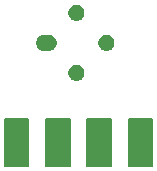
<source format=gbs>
G04 #@! TF.GenerationSoftware,KiCad,Pcbnew,5.0.2+dfsg1-1~bpo9+1*
G04 #@! TF.CreationDate,2019-08-23T02:39:36-04:00*
G04 #@! TF.ProjectId,gassensorholder,67617373-656e-4736-9f72-686f6c646572,rev?*
G04 #@! TF.SameCoordinates,Original*
G04 #@! TF.FileFunction,Soldermask,Bot*
G04 #@! TF.FilePolarity,Negative*
%FSLAX46Y46*%
G04 Gerber Fmt 4.6, Leading zero omitted, Abs format (unit mm)*
G04 Created by KiCad (PCBNEW 5.0.2+dfsg1-1~bpo9+1) date Fri 23 Aug 2019 02:39:36 AM EDT*
%MOMM*%
%LPD*%
G01*
G04 APERTURE LIST*
%ADD10C,0.150000*%
%ADD11C,0.100000*%
G04 APERTURE END LIST*
D10*
G36*
X122250000Y-74500000D02*
X122250000Y-77500000D01*
X122250000Y-78500000D01*
X120250000Y-78500000D01*
X120250000Y-74500000D01*
X122250000Y-74500000D01*
G37*
X122250000Y-74500000D02*
X122250000Y-77500000D01*
X122250000Y-78500000D01*
X120250000Y-78500000D01*
X120250000Y-74500000D01*
X122250000Y-74500000D01*
G36*
X118750000Y-74500000D02*
X118750000Y-77500000D01*
X118750000Y-78500000D01*
X116750000Y-78500000D01*
X116750000Y-74500000D01*
X118750000Y-74500000D01*
G37*
X118750000Y-74500000D02*
X118750000Y-77500000D01*
X118750000Y-78500000D01*
X116750000Y-78500000D01*
X116750000Y-74500000D01*
X118750000Y-74500000D01*
G36*
X111750000Y-74500000D02*
X111750000Y-77500000D01*
X111750000Y-78500000D01*
X109750000Y-78500000D01*
X109750000Y-74500000D01*
X111750000Y-74500000D01*
G37*
X111750000Y-74500000D02*
X111750000Y-77500000D01*
X111750000Y-78500000D01*
X109750000Y-78500000D01*
X109750000Y-74500000D01*
X111750000Y-74500000D01*
G36*
X115250000Y-74500000D02*
X115250000Y-77500000D01*
X115250000Y-78500000D01*
X113250000Y-78500000D01*
X113250000Y-74500000D01*
X115250000Y-74500000D01*
G37*
X115250000Y-74500000D02*
X115250000Y-77500000D01*
X115250000Y-78500000D01*
X113250000Y-78500000D01*
X113250000Y-74500000D01*
X115250000Y-74500000D01*
D11*
G36*
X115956555Y-69945584D02*
X116084022Y-69984250D01*
X116201495Y-70047041D01*
X116304459Y-70131541D01*
X116388959Y-70234505D01*
X116451750Y-70351978D01*
X116490416Y-70479445D01*
X116503472Y-70612000D01*
X116490416Y-70744555D01*
X116451750Y-70872022D01*
X116388959Y-70989495D01*
X116304459Y-71092459D01*
X116201495Y-71176959D01*
X116084022Y-71239750D01*
X115956555Y-71278416D01*
X115857216Y-71288200D01*
X115790784Y-71288200D01*
X115691445Y-71278416D01*
X115563978Y-71239750D01*
X115446505Y-71176959D01*
X115343541Y-71092459D01*
X115259041Y-70989495D01*
X115196250Y-70872022D01*
X115157584Y-70744555D01*
X115144528Y-70612000D01*
X115157584Y-70479445D01*
X115196250Y-70351978D01*
X115259041Y-70234505D01*
X115343541Y-70131541D01*
X115446505Y-70047041D01*
X115563978Y-69984250D01*
X115691445Y-69945584D01*
X115790784Y-69935800D01*
X115857216Y-69935800D01*
X115956555Y-69945584D01*
X115956555Y-69945584D01*
G37*
G36*
X118496555Y-67405584D02*
X118624022Y-67444250D01*
X118741495Y-67507041D01*
X118844459Y-67591541D01*
X118928959Y-67694505D01*
X118991750Y-67811978D01*
X119030416Y-67939445D01*
X119043472Y-68072000D01*
X119030416Y-68204555D01*
X118991750Y-68332022D01*
X118928959Y-68449495D01*
X118844459Y-68552459D01*
X118741495Y-68636959D01*
X118624022Y-68699750D01*
X118496555Y-68738416D01*
X118397216Y-68748200D01*
X118330784Y-68748200D01*
X118231445Y-68738416D01*
X118103978Y-68699750D01*
X117986505Y-68636959D01*
X117883541Y-68552459D01*
X117799041Y-68449495D01*
X117736250Y-68332022D01*
X117697584Y-68204555D01*
X117684528Y-68072000D01*
X117697584Y-67939445D01*
X117736250Y-67811978D01*
X117799041Y-67694505D01*
X117883541Y-67591541D01*
X117986505Y-67507041D01*
X118103978Y-67444250D01*
X118231445Y-67405584D01*
X118330784Y-67395800D01*
X118397216Y-67395800D01*
X118496555Y-67405584D01*
X118496555Y-67405584D01*
G37*
G36*
X113616555Y-67405584D02*
X113744022Y-67444250D01*
X113861495Y-67507041D01*
X113964459Y-67591541D01*
X114048959Y-67694505D01*
X114111750Y-67811978D01*
X114150416Y-67939445D01*
X114163472Y-68072000D01*
X114150416Y-68204555D01*
X114111750Y-68332022D01*
X114048959Y-68449495D01*
X113964459Y-68552459D01*
X113861495Y-68636959D01*
X113744022Y-68699750D01*
X113616555Y-68738416D01*
X113517216Y-68748200D01*
X113050784Y-68748200D01*
X112951445Y-68738416D01*
X112823978Y-68699750D01*
X112706505Y-68636959D01*
X112603541Y-68552459D01*
X112519041Y-68449495D01*
X112456250Y-68332022D01*
X112417584Y-68204555D01*
X112404528Y-68072000D01*
X112417584Y-67939445D01*
X112456250Y-67811978D01*
X112519041Y-67694505D01*
X112603541Y-67591541D01*
X112706505Y-67507041D01*
X112823978Y-67444250D01*
X112951445Y-67405584D01*
X113050784Y-67395800D01*
X113517216Y-67395800D01*
X113616555Y-67405584D01*
X113616555Y-67405584D01*
G37*
G36*
X115956555Y-64865584D02*
X116084022Y-64904250D01*
X116201495Y-64967041D01*
X116304459Y-65051541D01*
X116388959Y-65154505D01*
X116451750Y-65271978D01*
X116490416Y-65399445D01*
X116503472Y-65532000D01*
X116490416Y-65664555D01*
X116451750Y-65792022D01*
X116388959Y-65909495D01*
X116304459Y-66012459D01*
X116201495Y-66096959D01*
X116084022Y-66159750D01*
X115956555Y-66198416D01*
X115857216Y-66208200D01*
X115790784Y-66208200D01*
X115691445Y-66198416D01*
X115563978Y-66159750D01*
X115446505Y-66096959D01*
X115343541Y-66012459D01*
X115259041Y-65909495D01*
X115196250Y-65792022D01*
X115157584Y-65664555D01*
X115144528Y-65532000D01*
X115157584Y-65399445D01*
X115196250Y-65271978D01*
X115259041Y-65154505D01*
X115343541Y-65051541D01*
X115446505Y-64967041D01*
X115563978Y-64904250D01*
X115691445Y-64865584D01*
X115790784Y-64855800D01*
X115857216Y-64855800D01*
X115956555Y-64865584D01*
X115956555Y-64865584D01*
G37*
M02*

</source>
